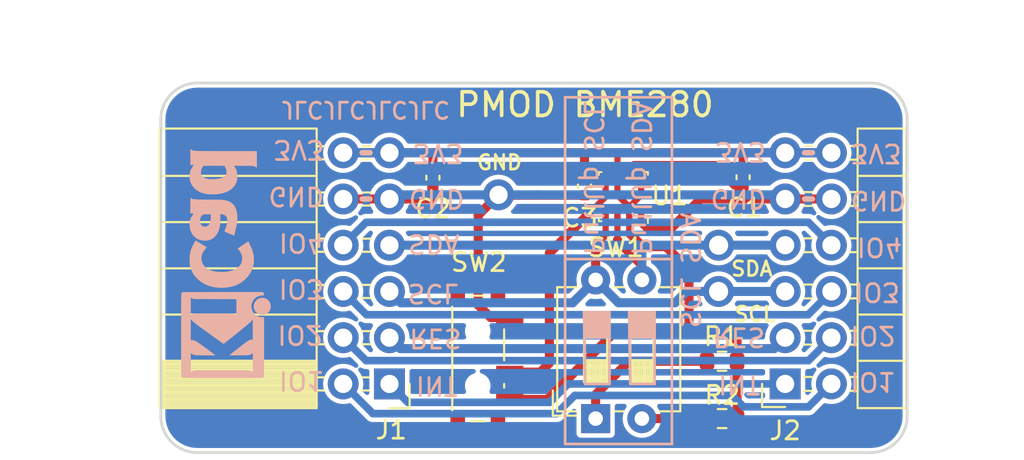
<source format=kicad_pcb>
(kicad_pcb (version 20211014) (generator pcbnew)
  (title_block (title "iCEBreaker PMOD - Hyperram") (rev "V1.0b") (company "1BitSquared") (comment 1 "2018 (C) 1BitSquared <info@1bitsquared.com>") (comment 2 "2018 (C) Piotr Esden-Tempski <piotr@esden.net>") (comment 3 "License: CC-BY-SA 4.0"))
  (layers (0 "F.Cu" signal) (31 "B.Cu" signal) (34 "B.Paste" user) (35 "F.Paste" user) (36 "B.SilkS" user "B.Silkscreen") (37 "F.SilkS" user "F.Silkscreen") (38 "B.Mask" user) (39 "F.Mask" user) (44 "Edge.Cuts" user))
  (net 0 "")
  (net 1 "GND")
  (net 2 "+3V3")
  (net 3 "Net-(R2-Pad2)")
  (net 4 "/SDA")
  (net 5 "/SCL")
  (net 6 "/IO4")
  (net 7 "/IO3")
  (net 8 "/IO2")
  (net 9 "/RESET")
  (net 10 "/IO1")
  (net 11 "/INT")
  (net 12 "Net-(R1-Pad2)")
  (net 13 "Net-(SW2-Pad2)")
  (footprint "Capacitor_SMD:C_0402_1005Metric" (layer "F.Cu") (at 188.2466 70.6192 -90)
    (fp_text reference "C1" (at 1.6764 -0.0762 180) (layer "F.SilkS"))
    (fp_text value "0.1uF")
    (pad "1" smd roundrect (at -0.48 0 270) (size 0.56 0.62) (layers "F.Cu" "F.Paste" "F.Mask") (net 2 "+3V3"))
    (pad "2" smd roundrect (at 0.48 0 270) (size 0.56 0.62) (layers "F.Cu" "F.Paste" "F.Mask") (net 1 "GND"))
  )
  (footprint "Resistor_SMD:R_0603_1608Metric" (layer "F.Cu") (at 187.0909 83.878 180)
    (fp_text reference "R2" (at -0.0127 1.2827) (layer "F.SilkS"))
    (fp_text value "4.7K")
    (pad "1" smd roundrect (at -0.825 0 180) (size 0.8 0.95) (layers "F.Cu" "F.Paste" "F.Mask") (net 2 "+3V3"))
    (pad "2" smd roundrect (at 0.825 0 180) (size 0.8 0.95) (layers "F.Cu" "F.Paste" "F.Mask") (net 3 "Net-(R2-Pad2)"))
  )
  (footprint "Resistor_SMD:R_0603_1608Metric" (layer "F.Cu") (at 187.0909 80.7284 180)
    (fp_text reference "R1" (at 0.0254 1.3589) (layer "F.SilkS"))
    (fp_text value "4.7K")
    (pad "1" smd roundrect (at -0.825 0 180) (size 0.8 0.95) (layers "F.Cu" "F.Paste" "F.Mask") (net 2 "+3V3"))
    (pad "2" smd roundrect (at 0.825 0 180) (size 0.8 0.95) (layers "F.Cu" "F.Paste" "F.Mask") (net 12 "Net-(R1-Pad2)"))
  )
  (footprint "FM4DD:PMODHeader_2x06_P2.54mm_Horizontal" (layer "F.Cu") (at 190.558 69.273)
    (fp_text reference "J2" (at 0 15.2654) (layer "F.SilkS"))
    (fp_text value "PMOD_02x06")
    (pad "1" thru_hole rect locked (at 0 12.7) (size 1.7 1.7) (drill 1) (layers *.Cu *.Mask) (net 11 "/INT"))
    (pad "2" thru_hole oval locked (at 0 10.16) (size 1.7 1.7) (drill 1) (layers *.Cu *.Mask) (net 9 "/RESET"))
    (pad "3" thru_hole oval locked (at 0 7.62) (size 1.7 1.7) (drill 1) (layers *.Cu *.Mask) (net 5 "/SCL"))
    (pad "4" thru_hole oval locked (at 0 5.08) (size 1.7 1.7) (drill 1) (layers *.Cu *.Mask) (net 4 "/SDA"))
    (pad "5" thru_hole oval locked (at 0 2.54) (size 1.7 1.7) (drill 1) (layers *.Cu *.Mask) (net 1 "GND"))
    (pad "6" thru_hole circle locked (at 0 0) (size 1.7 1.7) (drill 1) (layers *.Cu *.Mask) (net 2 "+3V3"))
    (pad "7" thru_hole circle locked (at 2.54 12.7) (size 1.7 1.7) (drill 1) (layers *.Cu *.Mask) (net 10 "/IO1"))
    (pad "8" thru_hole oval locked (at 2.54 10.16) (size 1.7 1.7) (drill 1) (layers *.Cu *.Mask) (net 8 "/IO2"))
    (pad "9" thru_hole oval locked (at 2.54 7.62) (size 1.7 1.7) (drill 1) (layers *.Cu *.Mask) (net 7 "/IO3"))
    (pad "10" thru_hole oval locked (at 2.54 5.08) (size 1.7 1.7) (drill 1) (layers *.Cu *.Mask) (net 6 "/IO4"))
    (pad "11" thru_hole oval locked (at 2.54 2.54) (size 1.7 1.7) (drill 1) (layers *.Cu *.Mask) (net 1 "GND"))
    (pad "12" thru_hole oval locked (at 2.54 0) (size 1.7 1.7) (drill 1) (layers *.Cu *.Mask) (net 2 "+3V3"))
  )
  (footprint "FM4DD:JLCPCB_Order_Number_Placeholder" (layer "F.Cu") (at 165.6152 66.5044)
    (fp_text reference "Ref**" hide)
    (fp_text value "JLCPCB_Order_Number_Placeholder")
    (fp_text user "JLCJLCJLCJLC" (at 1.8848 0.3956 180 unlocked) (layer "B.SilkS") (effects (font (size 0.9 0.9)) (justify mirror)))
  )
  (footprint "FM4DD:TestPoint_PinHeader_1x01_P2.54mm_Vertical" (layer "F.Cu") (at 174.81 71.5844)
    (fp_text reference "TP2" hide)
    (fp_text value "TestPoint_Conn_01x01")
    (pad "1" thru_hole circle locked (at 0 0) (size 1.7 1.7) (drill 1) (layers *.Cu *.Mask) (net 1 "GND"))
  )
  (footprint "FM4DD:PMODPinSocket_2x06_P2.54mm_Horizontal" (layer "F.Cu") (at 158.6556 81.973 180)
    (fp_text reference "J1" (at -10.2616 -2.5273) (layer "F.SilkS"))
    (fp_text value "PMOD_02x06")
    (pad "1" thru_hole rect locked (at -10.16 0 180) (size 1.7 1.7) (drill 1) (layers *.Cu *.Mask) (net 11 "/INT"))
    (pad "2" thru_hole oval locked (at -10.16 2.54 180) (size 1.7 1.7) (drill 1) (layers *.Cu *.Mask) (net 9 "/RESET"))
    (pad "3" thru_hole oval locked (at -10.16 5.08 180) (size 1.7 1.7) (drill 1) (layers *.Cu *.Mask) (net 5 "/SCL"))
    (pad "4" thru_hole oval locked (at -10.16 7.62 180) (size 1.7 1.7) (drill 1) (layers *.Cu *.Mask) (net 4 "/SDA"))
    (pad "5" thru_hole oval locked (at -10.16 10.16 180) (size 1.7 1.7) (drill 1) (layers *.Cu *.Mask) (net 1 "GND"))
    (pad "6" thru_hole oval locked (at -10.16 12.7 180) (size 1.7 1.7) (drill 1) (layers *.Cu *.Mask) (net 2 "+3V3"))
    (pad "7" thru_hole oval locked (at -7.62 0 180) (size 1.7 1.7) (drill 1) (layers *.Cu *.Mask) (net 10 "/IO1"))
    (pad "8" thru_hole oval locked (at -7.62 2.54 180) (size 1.7 1.7) (drill 1) (layers *.Cu *.Mask) (net 8 "/IO2"))
    (pad "9" thru_hole oval locked (at -7.62 5.08 180) (size 1.7 1.7) (drill 1) (layers *.Cu *.Mask) (net 7 "/IO3"))
    (pad "10" thru_hole oval locked (at -7.62 7.62 180) (size 1.7 1.7) (drill 1) (layers *.Cu *.Mask) (net 6 "/IO4"))
    (pad "11" thru_hole oval locked (at -7.62 10.16 180) (size 1.7 1.7) (drill 1) (layers *.Cu *.Mask) (net 1 "GND"))
    (pad "12" thru_hole oval locked (at -7.62 12.7 180) (size 1.7 1.7) (drill 1) (layers *.Cu *.Mask) (net 2 "+3V3"))
  )
  (footprint "Capacitor_SMD:C_0402_1005Metric" (layer "F.Cu") (at 171.2032 70.6446 -90)
    (fp_text reference "C2" (at 1.7018 0 180) (layer "F.SilkS"))
    (fp_text value "0.1uF")
    (pad "1" smd roundrect (at -0.48 0 270) (size 0.56 0.62) (layers "F.Cu" "F.Paste" "F.Mask") (net 2 "+3V3"))
    (pad "2" smd roundrect (at 0.48 0 270) (size 0.56 0.62) (layers "F.Cu" "F.Paste" "F.Mask") (net 1 "GND"))
  )
  (footprint "Capacitor_SMD:C_0402_1005Metric" (layer "F.Cu") (at 179.5344 71.1272 -90)
    (fp_text reference "C3" (at 1.7272 0.254 180) (layer "F.SilkS"))
    (fp_text value "0.1uF")
    (pad "1" smd roundrect (at -0.48 0 270) (size 0.56 0.62) (layers "F.Cu" "F.Paste" "F.Mask") (net 2 "+3V3"))
    (pad "2" smd roundrect (at 0.48 0 270) (size 0.56 0.62) (layers "F.Cu" "F.Paste" "F.Mask") (net 1 "GND"))
  )
  (footprint "FM4DD:SW_SPDT_XKB-SS-3292S" (layer "F.Cu") (at 173.9972 80.576 -90)
    (fp_text reference "SW2" (at -5.2832 0.2718) (layer "F.SilkS"))
    (fp_text value "SW_SPDT")
    (pad "" np_thru_hole circle (at -1.5 0.33 270) (size 0.9 0.9) (drill 0.9) (layers *.Cu *.Mask))
    (pad "" smd rect (at 3.65 1.43 270) (size 1 0.8) (layers "F.Cu" "F.Paste" "F.Mask"))
    (pad "" smd rect (at -3.65 1.43 270) (size 1 0.8) (layers "F.Cu" "F.Paste" "F.Mask"))
    (pad "" np_thru_hole circle (at 1.5 0.33 270) (size 0.9 0.9) (drill 0.9) (layers *.Cu *.Mask))
    (pad "" smd rect (at 3.65 -0.78 270) (size 1 0.8) (layers "F.Cu" "F.Paste" "F.Mask"))
    (pad "" smd rect (at -3.65 -0.78 270) (size 1 0.8) (layers "F.Cu" "F.Paste" "F.Mask"))
    (pad "1" smd rect (at -2.25 -1.43 270) (size 0.7 1.5) (layers "F.Cu" "F.Paste" "F.Mask") (net 1 "GND"))
    (pad "2" smd rect (at 0.75 -1.43 270) (size 0.7 1.5) (layers "F.Cu" "F.Paste" "F.Mask") (net 13 "Net-(SW2-Pad2)"))
    (pad "3" smd rect (at 2.25 -1.43 270) (size 0.7 1.5) (layers "F.Cu" "F.Paste" "F.Mask") (net 2 "+3V3"))
  )
  (footprint "Package_LGA:Bosch_LGA-8_2.5x2.5mm_P0.65mm_ClockwisePinNumbering" (layer "F.Cu") (at 181.668 71.686 180)
    (fp_text reference "U1" (at -2.54 0.0508) (layer "F.SilkS"))
    (fp_text value "BME280")
    (pad "1" smd rect (at -0.975 -1.025 270) (size 0.5 0.35) (layers "F.Cu" "F.Paste" "F.Mask") (net 1 "GND"))
    (pad "2" smd rect (at -0.325 -1.025 270) (size 0.5 0.35) (layers "F.Cu" "F.Paste" "F.Mask") (net 2 "+3V3"))
    (pad "3" smd rect (at 0.325 -1.025 270) (size 0.5 0.35) (layers "F.Cu" "F.Paste" "F.Mask") (net 4 "/SDA"))
    (pad "4" smd rect (at 0.975 -1.025 270) (size 0.5 0.35) (layers "F.Cu" "F.Paste" "F.Mask") (net 5 "/SCL"))
    (pad "5" smd rect (at 0.975 1.025 270) (size 0.5 0.35) (layers "F.Cu" "F.Paste" "F.Mask") (net 13 "Net-(SW2-Pad2)"))
    (pad "6" smd rect (at 0.325 1.025 270) (size 0.5 0.35) (layers "F.Cu" "F.Paste" "F.Mask") (net 2 "+3V3"))
    (pad "7" smd rect (at -0.325 1.025 270) (size 0.5 0.35) (layers "F.Cu" "F.Paste" "F.Mask") (net 1 "GND"))
    (pad "8" smd rect (at -0.975 1.025 270) (size 0.5 0.35) (layers "F.Cu" "F.Paste" "F.Mask") (net 2 "+3V3"))
  )
  (footprint "Button_Switch_THT:SW_DIP_SPSTx02_Slide_6.7x6.64mm_W7.62mm_P2.54mm_LowProfile" (layer "F.Cu") (at 180.144 83.878 90)
    (fp_text reference "SW1" (at 9.398 1.1176 180) (layer "F.SilkS"))
    (fp_text value "SW_DIP_x02")
    (pad "1" thru_hole rect (at 0 0 90) (size 1.6 1.6) (drill 0.8) (layers *.Cu *.Mask) (net 12 "Net-(R1-Pad2)"))
    (pad "2" thru_hole oval (at 0 2.54 90) (size 1.6 1.6) (drill 0.8) (layers *.Cu *.Mask) (net 3 "Net-(R2-Pad2)"))
    (pad "3" thru_hole oval (at 7.62 2.54 90) (size 1.6 1.6) (drill 0.8) (layers *.Cu *.Mask) (net 4 "/SDA"))
    (pad "4" thru_hole oval (at 7.62 0 90) (size 1.6 1.6) (drill 0.8) (layers *.Cu *.Mask) (net 5 "/SCL"))
  )
  (footprint "FM4DD:Testpoint_PinHeader_1x02_P2.54mm_Vertical" (layer "F.Cu") (at 186.9 74.353)
    (fp_text reference "TP1" hide)
    (fp_text value "Conn_01x02")
    (pad "1" thru_hole circle locked (at 0 0) (size 1.7 1.7) (drill 1.05) (layers *.Cu *.Mask) (net 4 "/SDA"))
    (pad "2" thru_hole oval locked (at 0 2.54) (size 1.7 1.7) (drill 1.05) (layers *.Cu *.Mask) (net 5 "/SCL"))
  )
  (footprint "FM4DD:KiCad-Logo2_5mm_SilkScreen" (layer "B.Cu") (at 159.316 75.369 90)
    (fp_text reference "L1" hide)
    (fp_text value "Logo_KiCad_5mm" hide)
  )
  (gr_line (start 184.335 66.225) (end 178.4676 66.225) (layer "B.SilkS") (width 0.15))
  (gr_line (start 178.4676 85.275) (end 184.335 85.275) (layer "B.SilkS") (width 0.15))
  (gr_poly (pts (xy 183.3825 79.433) (xy 181.9855 79.433) (xy 181.9855 78.036) (xy 183.3825 78.036)) (layer "B.SilkS") (width 0.1) (fill solid))
  (gr_line (start 181.9855 78.036) (end 183.3825 78.036) (layer "B.SilkS") (width 0.15))
  (gr_line (start 183.3825 78.036) (end 183.3825 81.973) (layer "B.SilkS") (width 0.15))
  (gr_line (start 181.9855 78.036) (end 182.049 81.973) (layer "B.SilkS") (width 0.15))
  (gr_line (start 183.3825 81.973) (end 182.049 81.973) (layer "B.SilkS") (width 0.15))
  (gr_line (start 167.317 71.813) (end 167.7488 71.813) (layer "B.SilkS") (width 0.3))
  (gr_line (start 184.335 85.275) (end 184.335 66.225) (layer "B.SilkS") (width 0.15))
  (gr_line (start 180.906 78.036) (end 180.906 81.973) (layer "B.SilkS") (width 0.15))
  (gr_line (start 167.317 69.273) (end 167.7488 69.273) (layer "B.SilkS") (width 0.3))
  (gr_poly (pts (xy 180.906 79.433) (xy 179.509 79.433) (xy 179.509 78.036) (xy 180.906 78.036)) (layer "B.SilkS") (width 0.1) (fill solid))
  (gr_line (start 180.906 81.973) (end 179.5725 81.973) (layer "B.SilkS") (width 0.15))
  (gr_line (start 178.4676 75.115) (end 184.335 75.115) (layer "B.SilkS") (width 0.15))
  (gr_line (start 179.509 78.036) (end 179.5725 81.973) (layer "B.SilkS") (width 0.15))
  (gr_line (start 179.509 78.036) (end 180.906 78.036) (layer "B.SilkS") (width 0.15))
  (gr_line (start 191.6248 71.813) (end 192.0566 71.813) (layer "B.SilkS") (width 0.3))
  (gr_line (start 191.6248 69.273) (end 192.0566 69.273) (layer "B.SilkS") (width 0.3))
  (gr_line (start 178.4676 85.275) (end 178.4676 66.225) (layer "B.SilkS") (width 0.15))
  (gr_arc (start 197.2612 83.7438) (mid 196.675414 85.158014) (end 195.2612 85.7438) (layer "Edge.Cuts") (width 0.15))
  (gr_line (start 197.2612 67.4438) (end 197.2612 83.7438) (layer "Edge.Cuts") (width 0.15))
  (gr_arc (start 195.2612 65.4438) (mid 196.675414 66.029586) (end 197.2612 67.4438) (layer "Edge.Cuts") (width 0.15))
  (gr_line (start 158.2546 65.4438) (end 195.2612 65.4438) (layer "Edge.Cuts") (width 0.15))
  (gr_line (start 195.2612 85.7438) (end 158.2546 85.7438) (layer "Edge.Cuts") (width 0.15))
  (gr_line (start 156.2546 83.7438) (end 156.2546 67.4438) (layer "Edge.Cuts") (width 0.15))
  (gr_arc (start 156.2546 67.4438) (mid 156.840386 66.029586) (end 158.2546 65.4438) (layer "Edge.Cuts") (width 0.15))
  (gr_arc (start 158.2546 85.7438) (mid 156.840386 85.158014) (end 156.2546 83.7438) (layer "Edge.Cuts") (width 0.15))
  (gr_text "3V3" (at 188.1069 69.2095 180) (layer "B.SilkS") (effects (font (size 1 1)) (justify mirror)))
  (gr_text "INT" (at 188.0307 81.9984 180) (layer "B.SilkS") (effects (font (size 1 1)) (justify mirror)))
  (gr_text "SCL" (at 171.2032 76.9946 180) (layer "B.SilkS") (effects (font (size 1 1)) (justify mirror)))
  (gr_text "RES" (at 171.3429 79.4584 180) (layer "B.SilkS") (effects (font (size 1 1)) (justify mirror)))
  (gr_text "INT" (at 171.4191 82.0746 180) (layer "B.SilkS") (effects (font (size 1 1)) (justify mirror)))
  (gr_text "3V3" (at 171.4953 69.2857 180) (layer "B.SilkS") (effects (font (size 1 1)) (justify mirror)))
  (gr_text "IO2" (at 163.9134 79.2679 180) (layer "B.SilkS") (effects (font (size 1 1)) (justify mirror)))
  (gr_text "3V3" (at 163.8499 69.0952 180) (layer "B.SilkS") (effects (font (size 1 1)) (justify mirror)))
  (gr_text "IO4" (at 163.9896 74.2133 180) (layer "B.SilkS") (effects (font (size 1 1)) (justify mirror)))
  (gr_text "GND" (at 163.6975 71.6606 180) (layer "B.SilkS") (effects (font (size 1 1)) (justify mirror)))
  (gr_text "IO1" (at 163.9896 81.7952 180) (layer "B.SilkS") (effects (font (size 1 1)) (justify mirror)))
  (gr_text "IO3" (at 163.9769 76.7406 180) (layer "B.SilkS") (effects (font (size 1 1)) (justify mirror)))
  (gr_text "PullUp SCL" (at 180.017 70.67 -90) (layer "B.SilkS") (effects (font (size 1 1)) (justify mirror)))
  (gr_text "SCL" (at 185.3256 77.528 270) (layer "B.SilkS") (effects (font (size 1 1)) (justify mirror)))
  (gr_text "SDA" (at 171.254 74.2768 180) (layer "B.SilkS") (effects (font (size 1 1)) (justify mirror)))
  (gr_text "GND" (at 171.4064 71.7876 180) (layer "B.SilkS") (effects (font (size 1 1)) (justify mirror)))
  (gr_text "3V3" (at 195.5618 69.2984 180) (layer "B.SilkS") (effects (font (size 1 1)) (justify mirror)))
  (gr_text "IO4" (at 195.7396 74.4546 180) (layer "B.SilkS") (effects (font (size 1 1)) (justify mirror)))
  (gr_text "SDA" (at 185.3256 73.972 270) (layer "B.SilkS") (effects (font (size 1 1)) (justify mirror)))
  (gr_text "IO1" (at 195.384 81.846 180) (layer "B.SilkS") (effects (font (size 1 1)) (justify mirror)))
  (gr_text "RES" (at 188.018 79.3949 180) (layer "B.SilkS") (effects (font (size 1 1)) (justify mirror)))
  (gr_text "IO3" (at 195.6126 76.9184 180) (layer "B.SilkS") (effects (font (size 1 1)) (justify mirror)))
  (gr_text "IO2" (at 195.384 79.306 180) (layer "B.SilkS") (effects (font (size 1 1)) (justify mirror)))
  (gr_text "PullUp SDA" (at 182.6332 70.67 -90) (layer "B.SilkS") (effects (font (size 1 1)) (justify mirror)))
  (gr_text "GND" (at 195.6888 71.8892 180) (layer "B.SilkS") (effects (font (size 1 1)) (justify mirror)))
  (gr_text "GND" (at 187.9926 71.7876 180) (layer "B.SilkS") (effects (font (size 1 1)) (justify mirror)))
  (gr_text "SDA" (at 188.7292 75.6484) (layer "F.SilkS") (effects (font (size 0.8 0.8))))
  (gr_text "GND" (at 174.8608 69.8064) (layer "F.SilkS") (effects (font (size 0.8 0.8))))
  (gr_text "SCL" (at 188.8816 78.1376) (layer "F.SilkS") (effects (font (size 0.8 0.8))))
  (gr_text "PMOD BME280" (at 179.5598 66.6314) (layer "F.SilkS") (effects (font (size 1.3 1.3) (thickness 0.2))))
  (segment (start 181.993 70.661) (end 181.993 70.146) (width 0.34) (layer "F.Cu") (net 1))
  (segment (start 171.2032 71.7876) (end 171.1778 71.813) (width 0.5) (layer "F.Cu") (net 1))
  (segment (start 179.5344 71.6072) (end 174.8328 71.6072) (width 0.5) (layer "F.Cu") (net 1))
  (segment (start 190.558 71.813) (end 193.098 71.813) (width 0.5) (layer "F.Cu") (net 1))
  (segment (start 188.2466 71.5082) (end 186.7114 69.973) (width 0.5) (layer "F.Cu") (net 1))
  (segment (start 183.4968 73.464) (end 184.2588 73.464) (width 0.5) (layer "F.Cu") (net 1))
  (segment (start 182.246 69.893) (end 183.5326 69.893) (width 0.34) (layer "F.Cu") (net 1))
  (segment (start 182.938 73.464) (end 183.4968 73.464) (width 0.34) (layer "F.Cu") (net 1))
  (segment (start 173.6924 77.6412) (end 173.6924 72.702) (width 0.5) (layer "F.Cu") (net 1))
  (segment (start 186.7114 69.973) (end 183.5326 69.973) (width 0.5) (layer "F.Cu") (net 1))
  (segment (start 174.3772 78.326) (end 173.6924 77.6412) (width 0.5) (layer "F.Cu") (net 1))
  (segment (start 174.8328 71.6072) (end 174.81 71.5844) (width 0.5) (layer "F.Cu") (net 1))
  (segment (start 171.1778 71.813) (end 168.8156 71.813) (width 0.5) (layer "F.Cu") (net 1))
  (segment (start 190.558 71.813) (end 188.5514 71.813) (width 0.5) (layer "F.Cu") (net 1))
  (segment (start 185.9098 71.813) (end 188.5514 71.813) (width 0.5) (layer "F.Cu") (net 1))
  (segment (start 181.993 70.146) (end 182.246 69.893) (width 0.34) (layer "F.Cu") (net 1))
  (segment (start 175.4272 78.326) (end 174.3772 78.326) (width 0.5) (layer "F.Cu") (net 1))
  (segment (start 188.5514 71.813) (end 188.2466 71.5082) (width 0.5) (layer "F.Cu") (net 1))
  (segment (start 173.6924 72.702) (end 174.81 71.5844) (width 0.5) (layer "F.Cu") (net 1))
  (segment (start 166.2756 71.813) (end 168.8156 71.813) (width 0.5) (layer "F.Cu") (net 1))
  (segment (start 184.2588 73.464) (end 185.9098 71.813) (width 0.5) (layer "F.Cu") (net 1))
  (segment (start 182.643 72.711) (end 182.643 73.169) (width 0.34) (layer "F.Cu") (net 1))
  (segment (start 182.643 73.169) (end 182.938 73.464) (width 0.34) (layer "F.Cu") (net 1))
  (segment (start 188.2466 71.5082) (end 188.2466 71.0992) (width 0.5) (layer "F.Cu") (net 1))
  (segment (start 171.2032 71.1246) (end 171.2032 71.7876) (width 0.5) (layer "F.Cu") (net 1))
  (segment (start 176.8928 71.5844) (end 169.0442 71.5844) (width 0.5) (layer "B.Cu") (net 1))
  (segment (start 176.8928 71.5844) (end 190.3294 71.5844) (width 0.5) (layer "B.Cu") (net 1))
  (segment (start 169.0442 71.5844) (end 168.8156 71.813) (width 0.5) (layer "B.Cu") (net 1))
  (segment (start 190.3294 71.5844) (end 190.558 71.813) (width 0.5) (layer "B.Cu") (net 1))
  (segment (start 187.9159 80.7284) (end 187.9159 79.6103) (width 0.5) (layer "F.Cu") (net 2))
  (segment (start 182.643 71.6) (end 182.643 70.661) (width 0.34) (layer "F.Cu") (net 2))
  (segment (start 177.4262 69.273) (end 171.3302 69.273) (width 0.5) (layer "F.Cu") (net 2))
  (segment (start 188.4752 69.273) (end 183.573 69.273) (width 0.5) (layer "F.Cu") (net 2))
  (segment (start 181.0584 79.2552) (end 185.2748 79.2552) (width 0.5) (layer "F.Cu") (net 2))
  (segment (start 177.4876 82.826) (end 181.0584 79.2552) (width 0.5) (layer "F.Cu") (net 2))
  (segment (start 188.2466 70.1392) (end 188.2466 69.5016) (width 0.5) (layer "F.Cu") (net 2))
  (segment (start 175.4272 82.826) (end 177.4876 82.826) (width 0.5) (layer "F.Cu") (net 2))
  (segment (start 183.573 69.273) (end 182.056978 69.273) (width 0.5) (layer "F.Cu") (net 2))
  (segment (start 179.5344 69.3492) (end 179.6106 69.273) (width 0.5) (layer "F.Cu") (net 2))
  (segment (start 181.993 72.711) (end 181.993 73.6874) (width 0.34) (layer "F.Cu") (net 2))
  (segment (start 181.343 70.661) (end 181.343 69.4202) (width 0.34) (layer "F.Cu") (net 2))
  (segment (start 170.6698 69.273) (end 168.8156 69.273) (width 0.5) (layer "F.Cu") (net 2))
  (segment (start 181.343 69.4202) (end 181.4902 69.273) (width 0.34) (layer "F.Cu") (net 2))
  (segment (start 181.993 72.711) (end 181.993 72.25) (width 0.34) (layer "F.Cu") (net 2))
  (segment (start 187.9159 81.13) (end 187.9159 83.8907) (width 0.5) (layer "F.Cu") (net 2))
  (segment (start 181.4902 69.273) (end 179.6106 69.273) (width 0.5) (layer "F.Cu") (net 2))
  (segment (start 166.2756 69.273) (end 168.8156 69.273) (width 0.5) (layer "F.Cu") (net 2))
  (segment (start 179.6106 69.273) (end 177.4262 69.273) (width 0.5) (layer "F.Cu") (net 2))
  (segment (start 182.7348 74.4292) (end 181.993 73.6874) (width 0.5) (layer "F.Cu") (net 2))
  (segment (start 179.5344 70.6472) (end 179.5344 69.3492) (width 0.5) (layer "F.Cu") (net 2))
  (segment (start 187.9159 81.0332) (end 187.8905 81.0078) (width 0.5) (layer "F.Cu") (net 2))
  (segment (start 185.2748 79.2552) (end 185.2748 75.6992) (width 0.5) (layer "F.Cu") (net 2))
  (segment (start 182.056978 69.273) (end 181.4902 69.273) (width 0.5) (layer "F.Cu") (net 2))
  (segment (start 171.2032 70.1646) (end 171.2032 69.4) (width 0.5) (layer "F.Cu") (net 2))
  (segment (start 187.5608 79.2552) (end 185.2748 79.2552) (width 0.5) (layer "F.Cu") (net 2))
  (segment (start 190.558 69.273) (end 193.098 69.273) (width 0.5) (layer "F.Cu") (net 2))
  (segment (start 181.343 71.6) (end 181.993 72.25) (width 0.34) (layer "F.Cu") (net 2))
  (segment (start 181.343 70.661) (end 181.343 71.6) (width 0.34) (layer "F.Cu") (net 2))
  (segment (start 187.9159 79.6103) (end 187.5608 79.2552) (width 0.5) (layer "F.Cu") (net 2))
  (segment (start 181.3358 71.6072) (end 181.343 71.6) (width 0.34) (layer "F.Cu") (net 2))
  (segment (start 171.3302 69.273) (end 170.6698 69.273) (width 0.5) (layer "F.Cu") (net 2))
  (segment (start 171.2032 69.4) (end 171.3302 69.273) (width 0.5) (layer "F.Cu") (net 2))
  (segment (start 185.2748 75.6992) (end 184.0048 74.4292) (width 0.5) (layer "F.Cu") (net 2))
  (segment (start 181.993 72.25) (end 182.643 71.6) (width 0.34) (layer "F.Cu") (net 2))
  (segment (start 188.4752 69.273) (end 190.558 69.273) (width 0.5) (layer "F.Cu") (net 2))
  (segment (start 184.0048 74.4292) (end 182.7348 74.4292) (width 0.5) (layer "F.Cu") (net 2))
  (segment (start 166.2756 69.273) (end 193.098 69.273) (width 0.5) (layer "B.Cu") (net 2))
  (segment (start 186.2659 83.878) (end 182.684 83.878) (width 0.5) (layer "F.Cu") (net 3))
  (segment (start 181.343 74.0646) (end 181.343 74.1042) (width 0.5) (layer "F.Cu") (net 4))
  (segment (start 181.343 74.1042) (end 182.684 75.4452) (width 0.5) (layer "F.Cu") (net 4))
  (segment (start 181.343 72.711) (end 181.343 74.0646) (width 0.34) (layer "F.Cu") (net 4))
  (segment (start 182.684 75.4452) (end 182.684 76.258) (width 0.5) (layer "F.Cu") (net 4))
  (segment (start 190.553 74.348) (end 190.558 74.353) (width 0.34) (layer "B.Cu") (net 4))
  (segment (start 182.8618 74.353) (end 182.5062 74.353) (width 0.5) (layer "B.Cu") (net 4))
  (segment (start 186.9 74.353) (end 190.558 74.353) (width 0.5) (layer "B.Cu") (net 4))
  (segment (start 168.8156 74.353) (end 182.5062 74.353) (width 0.5) (layer "B.Cu") (net 4))
  (segment (start 190.5453 74.3403) (end 190.558 74.353) (width 0.5) (layer "B.Cu") (net 4))
  (segment (start 190.5326 74.3276) (end 190.558 74.353) (width 0.5) (layer "B.Cu") (net 4))
  (segment (start 187.505 74.353) (end 187.51 74.348) (width 0.5) (layer "B.Cu") (net 4))
  (segment (start 182.684 74.5308) (end 182.5062 74.353) (width 0.5) (layer "B.Cu") (net 4))
  (segment (start 186.9 74.353) (end 182.8618 74.353) (width 0.5) (layer "B.Cu") (net 4))
  (segment (start 182.684 76.258) (end 182.684 74.5308) (width 0.5) (layer "B.Cu") (net 4))
  (segment (start 182.8618 74.353) (end 182.684 74.5308) (width 0.5) (layer "B.Cu") (net 4))
  (segment (start 180.144 76.258) (end 180.144 74.2768) (width 0.5) (layer "F.Cu") (net 5))
  (segment (start 180.693 72.711) (end 180.693 73.7278) (width 0.34) (layer "F.Cu") (net 5))
  (segment (start 180.144 74.2768) (end 180.693 73.7278) (width 0.5) (layer "F.Cu") (net 5))
  (segment (start 181.399479 77.513479) (end 180.144 76.258) (width 0.5) (layer "B.Cu") (net 5))
  (segment (start 184.5128 77.513479) (end 181.399479 77.513479) (width 0.5) (layer "B.Cu") (net 5))
  (segment (start 178.889001 77.512999) (end 169.435599 77.512999) (width 0.5) (layer "B.Cu") (net 5))
  (segment (start 180.144 76.258) (end 178.889001 77.512999) (width 0.5) (layer "B.Cu") (net 5))
  (segment (start 186.9 76.893) (end 190.558 76.893) (width 0.5) (layer "B.Cu") (net 5))
  (segment (start 186.9 76.893) (end 185.133279 76.893) (width 0.5) (layer "B.Cu") (net 5))
  (segment (start 185.133279 76.893) (end 184.5128 77.513479) (width 0.5) (layer "B.Cu") (net 5))
  (segment (start 180.144 76.4612) (end 180.144 76.258) (width 0.42) (layer "B.Cu") (net 5))
  (segment (start 169.435599 77.512999) (end 168.8156 76.893) (width 0.5) (layer "B.Cu") (net 5))
  (segment (start 191.837999 73.092999) (end 193.098 74.353) (width 0.42) (layer "B.Cu") (net 6))
  (segment (start 167.535601 73.092999) (end 191.837999 73.092999) (width 0.42) (layer "B.Cu") (net 6))
  (segment (start 166.2756 74.353) (end 167.535601 73.092999) (width 0.42) (layer "B.Cu") (net 6))
  (segment (start 166.2756 76.893) (end 167.555599 78.172999) (width 0.42) (layer "B.Cu") (net 7))
  (segment (start 167.555599 78.172999) (end 191.818001 78.172999) (width 0.42) (layer "B.Cu") (net 7))
  (segment (start 191.818001 78.172999) (end 193.098 76.893) (width 0.42) (layer "B.Cu") (net 7))
  (segment (start 167.535601 80.693001) (end 191.837999 80.693001) (width 0.42) (layer "B.Cu") (net 8))
  (segment (start 166.2756 79.433) (end 167.535601 80.693001) (width 0.42) (layer "B.Cu") (net 8))
  (segment (start 191.837999 80.693001) (end 193.098 79.433) (width 0.42) (layer "B.Cu") (net 8))
  (segment (start 168.8156 79.433) (end 169.415601 80.033001) (width 0.5) (layer "B.Cu") (net 9))
  (segment (start 169.415601 80.033001) (end 189.957999 80.033001) (width 0.5) (layer "B.Cu") (net 9))
  (segment (start 190.5326 79.4076) (end 190.558 79.433) (width 0.5) (layer "B.Cu") (net 9))
  (segment (start 189.957999 80.033001) (end 190.558 79.433) (width 0.5) (layer "B.Cu") (net 9))
  (segment (start 188.274701 83.233001) (end 191.837999 83.233001) (width 0.42) (layer "B.Cu") (net 10))
  (segment (start 167.908601 83.606001) (end 177.995999 83.606001) (width 0.42) (layer "B.Cu") (net 10))
  (segment (start 177.995999 83.606001) (end 178.99439 82.60761) (width 0.42) (layer "B.Cu") (net 10))
  (segment (start 191.837999 83.233001) (end 193.098 81.973) (width 0.42) (layer "B.Cu") (net 10))
  (segment (start 178.99439 82.60761) (end 187.64931 82.60761) (width 0.42) (layer "B.Cu") (net 10))
  (segment (start 187.64931 82.60761) (end 188.274701 83.233001) (width 0.42) (layer "B.Cu") (net 10))
  (segment (start 166.2756 81.973) (end 167.908601 83.606001) (width 0.42) (layer "B.Cu") (net 10))
  (segment (start 169.828601 82.986001) (end 177.621609 82.986001) (width 0.42) (layer "B.Cu") (net 11))
  (segment (start 168.8156 81.973) (end 169.828601 82.986001) (width 0.42) (layer "B.Cu") (net 11))
  (segment (start 178.63461 81.973) (end 190.558 81.973) (width 0.42) (layer "B.Cu") (net 11))
  (segment (start 177.621609 82.986001) (end 178.63461 81.973) (width 0.42) (layer "B.Cu") (net 11))
  (segment (start 190.5326 81.9476) (end 190.558 81.973) (width 0.5) (layer "B.Cu") (net 11))
  (segment (start 180.144 82.5572) (end 180.144 83.878) (width 0.5) (layer "F.Cu") (net 12))
  (segment (start 181.9728 80.7284) (end 180.144 82.5572) (width 0.5) (layer "F.Cu") (net 12))
  (segment (start 186.2659 80.7284) (end 181.9728 80.7284) (width 0.5) (layer "F.Cu") (net 12))
  (segment (start 180.693 70.661) (end 180.693 71.6958) (width 0.34) (layer "F.Cu") (net 13))
  (segment (start 177.604 74.7848) (end 179.7884 72.6004) (width 0.5) (layer "F.Cu") (net 13))
  (segment (start 177.604 80.83) (end 177.604 74.7848) (width 0.5) (layer "F.Cu") (net 13))
  (segment (start 175.4272 81.326) (end 177.108 81.326) (width 0.5) (layer "F.Cu") (net 13))
  (segment (start 180.693 71.6958) (end 179.7884 72.6004) (width 0.34) (layer "F.Cu") (net 13))
  (segment (start 177.108 81.326) (end 177.604 80.83) (width 0.5) (layer "F.Cu") (net 13))
  (zone (net 0) (net_name "") (layer "B.Cu") (connect_pads (clearance 0.25)) (min_thickness 0.254) (fill yes (thermal_gap 0.508) (thermal_bridge_width 0.508))
    (polygon (pts (xy 197.66492 65.1836) (xy 197.66492 86.08272) (xy 156.268 86.164) (xy 156.268 65.17852)))
  )
)
</source>
